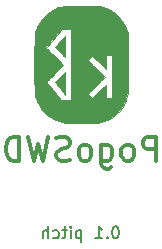
<source format=gbo>
G04 #@! TF.GenerationSoftware,KiCad,Pcbnew,(5.0.0)*
G04 #@! TF.CreationDate,2020-06-17T11:17:21-06:00*
G04 #@! TF.ProjectId,pogoprogB,706F676F70726F67422E6B696361645F,rev?*
G04 #@! TF.SameCoordinates,Original*
G04 #@! TF.FileFunction,Legend,Bot*
G04 #@! TF.FilePolarity,Positive*
%FSLAX46Y46*%
G04 Gerber Fmt 4.6, Leading zero omitted, Abs format (unit mm)*
G04 Created by KiCad (PCBNEW (5.0.0)) date 06/17/20 11:17:21*
%MOMM*%
%LPD*%
G01*
G04 APERTURE LIST*
%ADD10C,0.150000*%
%ADD11C,0.300000*%
%ADD12C,0.010000*%
G04 APERTURE END LIST*
D10*
X164400000Y-143252380D02*
X164304761Y-143252380D01*
X164209523Y-143300000D01*
X164161904Y-143347619D01*
X164114285Y-143442857D01*
X164066666Y-143633333D01*
X164066666Y-143871428D01*
X164114285Y-144061904D01*
X164161904Y-144157142D01*
X164209523Y-144204761D01*
X164304761Y-144252380D01*
X164400000Y-144252380D01*
X164495238Y-144204761D01*
X164542857Y-144157142D01*
X164590476Y-144061904D01*
X164638095Y-143871428D01*
X164638095Y-143633333D01*
X164590476Y-143442857D01*
X164542857Y-143347619D01*
X164495238Y-143300000D01*
X164400000Y-143252380D01*
X163638095Y-144157142D02*
X163590476Y-144204761D01*
X163638095Y-144252380D01*
X163685714Y-144204761D01*
X163638095Y-144157142D01*
X163638095Y-144252380D01*
X162638095Y-144252380D02*
X163209523Y-144252380D01*
X162923809Y-144252380D02*
X162923809Y-143252380D01*
X163019047Y-143395238D01*
X163114285Y-143490476D01*
X163209523Y-143538095D01*
X161447619Y-143585714D02*
X161447619Y-144585714D01*
X161447619Y-143633333D02*
X161352380Y-143585714D01*
X161161904Y-143585714D01*
X161066666Y-143633333D01*
X161019047Y-143680952D01*
X160971428Y-143776190D01*
X160971428Y-144061904D01*
X161019047Y-144157142D01*
X161066666Y-144204761D01*
X161161904Y-144252380D01*
X161352380Y-144252380D01*
X161447619Y-144204761D01*
X160542857Y-144252380D02*
X160542857Y-143585714D01*
X160542857Y-143252380D02*
X160590476Y-143300000D01*
X160542857Y-143347619D01*
X160495238Y-143300000D01*
X160542857Y-143252380D01*
X160542857Y-143347619D01*
X160209523Y-143585714D02*
X159828571Y-143585714D01*
X160066666Y-143252380D02*
X160066666Y-144109523D01*
X160019047Y-144204761D01*
X159923809Y-144252380D01*
X159828571Y-144252380D01*
X159066666Y-144204761D02*
X159161904Y-144252380D01*
X159352380Y-144252380D01*
X159447619Y-144204761D01*
X159495238Y-144157142D01*
X159542857Y-144061904D01*
X159542857Y-143776190D01*
X159495238Y-143680952D01*
X159447619Y-143633333D01*
X159352380Y-143585714D01*
X159161904Y-143585714D01*
X159066666Y-143633333D01*
X158638095Y-144252380D02*
X158638095Y-143252380D01*
X158209523Y-144252380D02*
X158209523Y-143728571D01*
X158257142Y-143633333D01*
X158352380Y-143585714D01*
X158495238Y-143585714D01*
X158590476Y-143633333D01*
X158638095Y-143680952D01*
D11*
X167812333Y-137683761D02*
X167812333Y-135683761D01*
X167050428Y-135683761D01*
X166859952Y-135779000D01*
X166764714Y-135874238D01*
X166669476Y-136064714D01*
X166669476Y-136350428D01*
X166764714Y-136540904D01*
X166859952Y-136636142D01*
X167050428Y-136731380D01*
X167812333Y-136731380D01*
X165526619Y-137683761D02*
X165717095Y-137588523D01*
X165812333Y-137493285D01*
X165907571Y-137302809D01*
X165907571Y-136731380D01*
X165812333Y-136540904D01*
X165717095Y-136445666D01*
X165526619Y-136350428D01*
X165240904Y-136350428D01*
X165050428Y-136445666D01*
X164955190Y-136540904D01*
X164859952Y-136731380D01*
X164859952Y-137302809D01*
X164955190Y-137493285D01*
X165050428Y-137588523D01*
X165240904Y-137683761D01*
X165526619Y-137683761D01*
X163145666Y-136350428D02*
X163145666Y-137969476D01*
X163240904Y-138159952D01*
X163336142Y-138255190D01*
X163526619Y-138350428D01*
X163812333Y-138350428D01*
X164002809Y-138255190D01*
X163145666Y-137588523D02*
X163336142Y-137683761D01*
X163717095Y-137683761D01*
X163907571Y-137588523D01*
X164002809Y-137493285D01*
X164098047Y-137302809D01*
X164098047Y-136731380D01*
X164002809Y-136540904D01*
X163907571Y-136445666D01*
X163717095Y-136350428D01*
X163336142Y-136350428D01*
X163145666Y-136445666D01*
X161907571Y-137683761D02*
X162098047Y-137588523D01*
X162193285Y-137493285D01*
X162288523Y-137302809D01*
X162288523Y-136731380D01*
X162193285Y-136540904D01*
X162098047Y-136445666D01*
X161907571Y-136350428D01*
X161621857Y-136350428D01*
X161431380Y-136445666D01*
X161336142Y-136540904D01*
X161240904Y-136731380D01*
X161240904Y-137302809D01*
X161336142Y-137493285D01*
X161431380Y-137588523D01*
X161621857Y-137683761D01*
X161907571Y-137683761D01*
X160479000Y-137588523D02*
X160193285Y-137683761D01*
X159717095Y-137683761D01*
X159526619Y-137588523D01*
X159431380Y-137493285D01*
X159336142Y-137302809D01*
X159336142Y-137112333D01*
X159431380Y-136921857D01*
X159526619Y-136826619D01*
X159717095Y-136731380D01*
X160098047Y-136636142D01*
X160288523Y-136540904D01*
X160383761Y-136445666D01*
X160479000Y-136255190D01*
X160479000Y-136064714D01*
X160383761Y-135874238D01*
X160288523Y-135779000D01*
X160098047Y-135683761D01*
X159621857Y-135683761D01*
X159336142Y-135779000D01*
X158669476Y-135683761D02*
X158193285Y-137683761D01*
X157812333Y-136255190D01*
X157431380Y-137683761D01*
X156955190Y-135683761D01*
X156193285Y-137683761D02*
X156193285Y-135683761D01*
X155717095Y-135683761D01*
X155431380Y-135779000D01*
X155240904Y-135969476D01*
X155145666Y-136159952D01*
X155050428Y-136540904D01*
X155050428Y-136826619D01*
X155145666Y-137207571D01*
X155240904Y-137398047D01*
X155431380Y-137588523D01*
X155717095Y-137683761D01*
X156193285Y-137683761D01*
D12*
G04 #@! TO.C,G\002A\002A\002A*
G36*
X160069482Y-127123617D02*
X160045512Y-127150326D01*
X160008234Y-127192564D01*
X159959278Y-127248465D01*
X159900270Y-127316166D01*
X159832839Y-127393803D01*
X159758613Y-127479511D01*
X159679220Y-127571426D01*
X159676418Y-127574675D01*
X159595946Y-127667945D01*
X159519867Y-127756080D01*
X159449927Y-127837060D01*
X159387873Y-127908866D01*
X159335452Y-127969478D01*
X159294408Y-128016876D01*
X159266488Y-128049039D01*
X159253531Y-128063846D01*
X159227756Y-128092643D01*
X159644703Y-128501996D01*
X159730084Y-128585685D01*
X159810050Y-128663802D01*
X159882755Y-128734563D01*
X159946352Y-128796183D01*
X159998993Y-128846875D01*
X160038833Y-128884856D01*
X160064024Y-128908339D01*
X160072575Y-128915583D01*
X160074389Y-128903930D01*
X160076105Y-128868854D01*
X160077702Y-128812330D01*
X160079155Y-128736335D01*
X160080439Y-128642844D01*
X160081530Y-128533834D01*
X160082405Y-128411281D01*
X160083040Y-128277161D01*
X160083411Y-128133450D01*
X160083500Y-128017058D01*
X160083432Y-127868160D01*
X160083235Y-127726923D01*
X160082919Y-127595364D01*
X160082497Y-127475499D01*
X160081979Y-127369346D01*
X160081377Y-127278920D01*
X160080701Y-127206239D01*
X160079963Y-127153320D01*
X160079173Y-127122178D01*
X160078516Y-127114300D01*
X160069482Y-127123617D01*
X160069482Y-127123617D01*
G37*
X160069482Y-127123617D02*
X160045512Y-127150326D01*
X160008234Y-127192564D01*
X159959278Y-127248465D01*
X159900270Y-127316166D01*
X159832839Y-127393803D01*
X159758613Y-127479511D01*
X159679220Y-127571426D01*
X159676418Y-127574675D01*
X159595946Y-127667945D01*
X159519867Y-127756080D01*
X159449927Y-127837060D01*
X159387873Y-127908866D01*
X159335452Y-127969478D01*
X159294408Y-128016876D01*
X159266488Y-128049039D01*
X159253531Y-128063846D01*
X159227756Y-128092643D01*
X159644703Y-128501996D01*
X159730084Y-128585685D01*
X159810050Y-128663802D01*
X159882755Y-128734563D01*
X159946352Y-128796183D01*
X159998993Y-128846875D01*
X160038833Y-128884856D01*
X160064024Y-128908339D01*
X160072575Y-128915583D01*
X160074389Y-128903930D01*
X160076105Y-128868854D01*
X160077702Y-128812330D01*
X160079155Y-128736335D01*
X160080439Y-128642844D01*
X160081530Y-128533834D01*
X160082405Y-128411281D01*
X160083040Y-128277161D01*
X160083411Y-128133450D01*
X160083500Y-128017058D01*
X160083432Y-127868160D01*
X160083235Y-127726923D01*
X160082919Y-127595364D01*
X160082497Y-127475499D01*
X160081979Y-127369346D01*
X160081377Y-127278920D01*
X160080701Y-127206239D01*
X160079963Y-127153320D01*
X160079173Y-127122178D01*
X160078516Y-127114300D01*
X160069482Y-127123617D01*
G36*
X159652535Y-130617772D02*
X159222939Y-131054195D01*
X159622763Y-131538522D01*
X159702653Y-131635189D01*
X159778448Y-131726694D01*
X159848454Y-131811006D01*
X159910974Y-131886091D01*
X159964313Y-131949916D01*
X160006775Y-132000450D01*
X160036665Y-132035659D01*
X160052286Y-132053511D01*
X160053044Y-132054311D01*
X160083500Y-132085772D01*
X160082132Y-130181350D01*
X159652535Y-130617772D01*
X159652535Y-130617772D01*
G37*
X159652535Y-130617772D02*
X159222939Y-131054195D01*
X159622763Y-131538522D01*
X159702653Y-131635189D01*
X159778448Y-131726694D01*
X159848454Y-131811006D01*
X159910974Y-131886091D01*
X159964313Y-131949916D01*
X160006775Y-132000450D01*
X160036665Y-132035659D01*
X160052286Y-132053511D01*
X160053044Y-132054311D01*
X160083500Y-132085772D01*
X160082132Y-130181350D01*
X159652535Y-130617772D01*
G36*
X161253988Y-124561755D02*
X161070232Y-124561830D01*
X160908488Y-124561993D01*
X160767062Y-124562274D01*
X160644260Y-124562703D01*
X160538387Y-124563313D01*
X160447750Y-124564133D01*
X160370655Y-124565193D01*
X160305408Y-124566526D01*
X160250314Y-124568161D01*
X160203680Y-124570129D01*
X160163812Y-124572461D01*
X160129015Y-124575188D01*
X160097596Y-124578340D01*
X160067860Y-124581948D01*
X160038114Y-124586042D01*
X160026350Y-124587747D01*
X159755641Y-124639783D01*
X159493989Y-124715007D01*
X159242584Y-124812718D01*
X159002611Y-124932214D01*
X158775260Y-125072792D01*
X158561716Y-125233750D01*
X158363167Y-125414386D01*
X158180801Y-125613997D01*
X158084285Y-125736350D01*
X158015255Y-125830725D01*
X157958188Y-125913934D01*
X157908213Y-125993832D01*
X157860463Y-126078274D01*
X157810067Y-126175117D01*
X157800344Y-126194464D01*
X157696723Y-126424764D01*
X157613448Y-126659818D01*
X157552517Y-126893951D01*
X157549949Y-126906224D01*
X157542959Y-126940111D01*
X157536561Y-126971928D01*
X157530731Y-127002881D01*
X157525442Y-127034173D01*
X157520668Y-127067010D01*
X157516382Y-127102597D01*
X157512558Y-127142138D01*
X157509169Y-127186839D01*
X157506191Y-127237904D01*
X157503595Y-127296537D01*
X157501356Y-127363945D01*
X157499448Y-127441331D01*
X157497844Y-127529900D01*
X157496518Y-127630858D01*
X157495443Y-127745409D01*
X157494594Y-127874758D01*
X157493945Y-128020110D01*
X157493467Y-128182669D01*
X157493137Y-128363641D01*
X157492926Y-128564230D01*
X157492810Y-128785642D01*
X157492761Y-129029080D01*
X157492753Y-129295750D01*
X157492759Y-129526492D01*
X157492774Y-129807026D01*
X157492814Y-130063347D01*
X157492889Y-130296646D01*
X157493013Y-130508110D01*
X157493196Y-130698927D01*
X157493453Y-130870286D01*
X157493793Y-131023375D01*
X157494231Y-131159382D01*
X157494777Y-131279496D01*
X157495445Y-131384905D01*
X157496246Y-131476798D01*
X157497192Y-131556363D01*
X157498295Y-131624788D01*
X157499569Y-131683261D01*
X157501024Y-131732972D01*
X157502673Y-131775107D01*
X157504528Y-131810857D01*
X157506602Y-131841408D01*
X157508905Y-131867949D01*
X157511452Y-131891670D01*
X157514253Y-131913757D01*
X157517321Y-131935399D01*
X157517400Y-131935934D01*
X157560533Y-132173172D01*
X157618578Y-132395109D01*
X157693568Y-132608334D01*
X157787531Y-132819439D01*
X157793085Y-132830704D01*
X157926523Y-133072244D01*
X158079094Y-133297667D01*
X158249659Y-133506160D01*
X158437078Y-133696909D01*
X158640210Y-133869097D01*
X158857915Y-134021912D01*
X159089054Y-134154539D01*
X159332486Y-134266163D01*
X159587071Y-134355969D01*
X159851669Y-134423143D01*
X160074626Y-134460678D01*
X160114305Y-134464105D01*
X160177058Y-134467215D01*
X160260648Y-134470006D01*
X160362840Y-134472479D01*
X160481397Y-134474634D01*
X160614085Y-134476472D01*
X160758667Y-134477992D01*
X160912907Y-134479195D01*
X161074570Y-134480081D01*
X161241420Y-134480650D01*
X161411220Y-134480903D01*
X161581736Y-134480838D01*
X161750732Y-134480458D01*
X161915971Y-134479761D01*
X162075217Y-134478748D01*
X162226236Y-134477419D01*
X162366790Y-134475775D01*
X162494645Y-134473815D01*
X162607565Y-134471540D01*
X162703313Y-134468949D01*
X162779654Y-134466044D01*
X162834353Y-134462824D01*
X162858032Y-134460456D01*
X163124417Y-134411914D01*
X163384068Y-134340194D01*
X163635195Y-134246265D01*
X163876010Y-134131100D01*
X164104723Y-133995669D01*
X164319546Y-133840942D01*
X164518689Y-133667891D01*
X164700363Y-133477486D01*
X164727061Y-133446224D01*
X164897326Y-133224812D01*
X165044435Y-132992965D01*
X165168417Y-132750624D01*
X165238354Y-132575300D01*
X160616900Y-132575300D01*
X159772350Y-132573522D01*
X159150050Y-131818335D01*
X159050814Y-131697858D01*
X158956014Y-131582671D01*
X158866929Y-131474335D01*
X158784839Y-131374409D01*
X158711025Y-131284457D01*
X158646766Y-131206038D01*
X158593343Y-131140712D01*
X158552034Y-131090042D01*
X158524120Y-131055588D01*
X158510881Y-131038911D01*
X158510200Y-131037983D01*
X158507888Y-131032564D01*
X158508472Y-131025232D01*
X158513066Y-131014802D01*
X158522784Y-131000088D01*
X158538741Y-130979906D01*
X158562052Y-130953071D01*
X158593831Y-130918398D01*
X158635194Y-130874702D01*
X158687254Y-130820798D01*
X158751127Y-130755501D01*
X158827927Y-130677626D01*
X158918769Y-130585988D01*
X159024768Y-130479402D01*
X159147038Y-130356684D01*
X159218734Y-130284783D01*
X159944818Y-129556748D01*
X159318834Y-128941931D01*
X159210674Y-128835716D01*
X159105355Y-128732321D01*
X159004680Y-128633515D01*
X158910449Y-128541063D01*
X158824466Y-128456733D01*
X158748532Y-128382292D01*
X158684449Y-128319508D01*
X158634020Y-128270147D01*
X158599045Y-128235977D01*
X158588319Y-128225531D01*
X158483788Y-128123950D01*
X159861250Y-126530778D01*
X160616900Y-126530100D01*
X160616900Y-132575300D01*
X165238354Y-132575300D01*
X165269298Y-132497729D01*
X165347104Y-132234219D01*
X165401864Y-131960034D01*
X165405501Y-131935934D01*
X165408576Y-131914287D01*
X165411383Y-131892225D01*
X165413936Y-131868559D01*
X165416246Y-131842101D01*
X165418325Y-131811662D01*
X165420185Y-131776055D01*
X165421839Y-131734090D01*
X165423299Y-131684579D01*
X165424577Y-131626335D01*
X165425684Y-131558168D01*
X165426634Y-131478890D01*
X165427438Y-131387314D01*
X165428109Y-131282250D01*
X165428658Y-131162510D01*
X165429098Y-131026906D01*
X165429441Y-130874250D01*
X165429699Y-130703353D01*
X165429885Y-130513027D01*
X165430009Y-130302083D01*
X165430086Y-130069334D01*
X165430126Y-129813590D01*
X165430142Y-129533664D01*
X165430142Y-129526492D01*
X165430148Y-129240380D01*
X165430135Y-128978463D01*
X165430084Y-128778000D01*
X164071300Y-128778000D01*
X164071300Y-132410200D01*
X163537900Y-132410200D01*
X163537900Y-131851400D01*
X163537691Y-131735045D01*
X163537093Y-131626922D01*
X163536149Y-131529589D01*
X163534904Y-131445605D01*
X163533400Y-131377531D01*
X163531682Y-131327925D01*
X163529793Y-131299347D01*
X163528375Y-131293225D01*
X163517906Y-131302027D01*
X163490960Y-131327197D01*
X163449097Y-131367217D01*
X163393877Y-131420571D01*
X163326859Y-131485740D01*
X163249603Y-131561208D01*
X163163669Y-131645457D01*
X163070616Y-131736970D01*
X162972003Y-131834231D01*
X162953700Y-131852313D01*
X162388550Y-132410774D01*
X162201563Y-132216812D01*
X162146368Y-132159140D01*
X162097898Y-132107694D01*
X162058685Y-132065227D01*
X162031259Y-132034493D01*
X162018153Y-132018246D01*
X162017413Y-132016500D01*
X162026806Y-132006485D01*
X162052363Y-131980658D01*
X162092107Y-131940982D01*
X162144059Y-131889421D01*
X162206240Y-131827937D01*
X162276672Y-131758493D01*
X162353374Y-131683052D01*
X162369500Y-131667214D01*
X162466446Y-131571998D01*
X162576042Y-131464318D01*
X162692837Y-131349533D01*
X162811381Y-131232998D01*
X162926226Y-131120072D01*
X163031920Y-131016112D01*
X163078638Y-130970146D01*
X163438525Y-130616014D01*
X163110440Y-130284382D01*
X163022941Y-130195946D01*
X162922258Y-130094200D01*
X162813079Y-129983882D01*
X162700094Y-129869730D01*
X162587992Y-129756480D01*
X162481461Y-129648870D01*
X162401303Y-129567911D01*
X162320463Y-129486260D01*
X162245208Y-129410234D01*
X162177405Y-129341724D01*
X162118926Y-129282618D01*
X162071638Y-129234805D01*
X162037412Y-129200176D01*
X162018116Y-129180620D01*
X162014509Y-129176935D01*
X162021348Y-129166566D01*
X162043724Y-129141047D01*
X162079102Y-129103082D01*
X162124949Y-129055371D01*
X162178731Y-129000617D01*
X162198553Y-128980696D01*
X162388340Y-128790592D01*
X162963120Y-129365269D01*
X163537900Y-129939945D01*
X163537900Y-128778000D01*
X164071300Y-128778000D01*
X165430084Y-128778000D01*
X165430074Y-128739536D01*
X165429941Y-128522395D01*
X165429708Y-128325834D01*
X165429351Y-128148649D01*
X165428841Y-127989636D01*
X165428153Y-127847588D01*
X165427261Y-127721302D01*
X165426138Y-127609572D01*
X165424759Y-127511194D01*
X165423096Y-127424962D01*
X165421124Y-127349673D01*
X165418815Y-127284121D01*
X165416145Y-127227101D01*
X165413086Y-127177408D01*
X165409613Y-127133838D01*
X165405698Y-127095186D01*
X165401316Y-127060247D01*
X165396441Y-127027816D01*
X165391045Y-126996688D01*
X165385104Y-126965659D01*
X165378590Y-126933523D01*
X165372952Y-126906224D01*
X165313260Y-126672298D01*
X165231119Y-126437150D01*
X165128526Y-126206456D01*
X165122557Y-126194464D01*
X165071169Y-126094556D01*
X165023302Y-126008462D01*
X164974087Y-125928326D01*
X164918655Y-125846293D01*
X164852137Y-125754506D01*
X164838616Y-125736350D01*
X164666033Y-125526207D01*
X164476589Y-125334638D01*
X164271471Y-125162346D01*
X164051867Y-125010033D01*
X163818963Y-124878400D01*
X163573948Y-124768151D01*
X163318007Y-124679987D01*
X163052330Y-124614611D01*
X162896550Y-124587747D01*
X162866351Y-124583458D01*
X162836812Y-124579667D01*
X162806238Y-124576344D01*
X162772936Y-124573458D01*
X162735212Y-124570978D01*
X162691372Y-124568874D01*
X162639722Y-124567115D01*
X162578568Y-124565670D01*
X162506215Y-124564509D01*
X162420970Y-124563601D01*
X162321138Y-124562914D01*
X162205026Y-124562419D01*
X162070940Y-124562085D01*
X161917185Y-124561881D01*
X161742068Y-124561776D01*
X161543894Y-124561739D01*
X161461450Y-124561737D01*
X161253988Y-124561755D01*
X161253988Y-124561755D01*
G37*
X161253988Y-124561755D02*
X161070232Y-124561830D01*
X160908488Y-124561993D01*
X160767062Y-124562274D01*
X160644260Y-124562703D01*
X160538387Y-124563313D01*
X160447750Y-124564133D01*
X160370655Y-124565193D01*
X160305408Y-124566526D01*
X160250314Y-124568161D01*
X160203680Y-124570129D01*
X160163812Y-124572461D01*
X160129015Y-124575188D01*
X160097596Y-124578340D01*
X160067860Y-124581948D01*
X160038114Y-124586042D01*
X160026350Y-124587747D01*
X159755641Y-124639783D01*
X159493989Y-124715007D01*
X159242584Y-124812718D01*
X159002611Y-124932214D01*
X158775260Y-125072792D01*
X158561716Y-125233750D01*
X158363167Y-125414386D01*
X158180801Y-125613997D01*
X158084285Y-125736350D01*
X158015255Y-125830725D01*
X157958188Y-125913934D01*
X157908213Y-125993832D01*
X157860463Y-126078274D01*
X157810067Y-126175117D01*
X157800344Y-126194464D01*
X157696723Y-126424764D01*
X157613448Y-126659818D01*
X157552517Y-126893951D01*
X157549949Y-126906224D01*
X157542959Y-126940111D01*
X157536561Y-126971928D01*
X157530731Y-127002881D01*
X157525442Y-127034173D01*
X157520668Y-127067010D01*
X157516382Y-127102597D01*
X157512558Y-127142138D01*
X157509169Y-127186839D01*
X157506191Y-127237904D01*
X157503595Y-127296537D01*
X157501356Y-127363945D01*
X157499448Y-127441331D01*
X157497844Y-127529900D01*
X157496518Y-127630858D01*
X157495443Y-127745409D01*
X157494594Y-127874758D01*
X157493945Y-128020110D01*
X157493467Y-128182669D01*
X157493137Y-128363641D01*
X157492926Y-128564230D01*
X157492810Y-128785642D01*
X157492761Y-129029080D01*
X157492753Y-129295750D01*
X157492759Y-129526492D01*
X157492774Y-129807026D01*
X157492814Y-130063347D01*
X157492889Y-130296646D01*
X157493013Y-130508110D01*
X157493196Y-130698927D01*
X157493453Y-130870286D01*
X157493793Y-131023375D01*
X157494231Y-131159382D01*
X157494777Y-131279496D01*
X157495445Y-131384905D01*
X157496246Y-131476798D01*
X157497192Y-131556363D01*
X157498295Y-131624788D01*
X157499569Y-131683261D01*
X157501024Y-131732972D01*
X157502673Y-131775107D01*
X157504528Y-131810857D01*
X157506602Y-131841408D01*
X157508905Y-131867949D01*
X157511452Y-131891670D01*
X157514253Y-131913757D01*
X157517321Y-131935399D01*
X157517400Y-131935934D01*
X157560533Y-132173172D01*
X157618578Y-132395109D01*
X157693568Y-132608334D01*
X157787531Y-132819439D01*
X157793085Y-132830704D01*
X157926523Y-133072244D01*
X158079094Y-133297667D01*
X158249659Y-133506160D01*
X158437078Y-133696909D01*
X158640210Y-133869097D01*
X158857915Y-134021912D01*
X159089054Y-134154539D01*
X159332486Y-134266163D01*
X159587071Y-134355969D01*
X159851669Y-134423143D01*
X160074626Y-134460678D01*
X160114305Y-134464105D01*
X160177058Y-134467215D01*
X160260648Y-134470006D01*
X160362840Y-134472479D01*
X160481397Y-134474634D01*
X160614085Y-134476472D01*
X160758667Y-134477992D01*
X160912907Y-134479195D01*
X161074570Y-134480081D01*
X161241420Y-134480650D01*
X161411220Y-134480903D01*
X161581736Y-134480838D01*
X161750732Y-134480458D01*
X161915971Y-134479761D01*
X162075217Y-134478748D01*
X162226236Y-134477419D01*
X162366790Y-134475775D01*
X162494645Y-134473815D01*
X162607565Y-134471540D01*
X162703313Y-134468949D01*
X162779654Y-134466044D01*
X162834353Y-134462824D01*
X162858032Y-134460456D01*
X163124417Y-134411914D01*
X163384068Y-134340194D01*
X163635195Y-134246265D01*
X163876010Y-134131100D01*
X164104723Y-133995669D01*
X164319546Y-133840942D01*
X164518689Y-133667891D01*
X164700363Y-133477486D01*
X164727061Y-133446224D01*
X164897326Y-133224812D01*
X165044435Y-132992965D01*
X165168417Y-132750624D01*
X165238354Y-132575300D01*
X160616900Y-132575300D01*
X159772350Y-132573522D01*
X159150050Y-131818335D01*
X159050814Y-131697858D01*
X158956014Y-131582671D01*
X158866929Y-131474335D01*
X158784839Y-131374409D01*
X158711025Y-131284457D01*
X158646766Y-131206038D01*
X158593343Y-131140712D01*
X158552034Y-131090042D01*
X158524120Y-131055588D01*
X158510881Y-131038911D01*
X158510200Y-131037983D01*
X158507888Y-131032564D01*
X158508472Y-131025232D01*
X158513066Y-131014802D01*
X158522784Y-131000088D01*
X158538741Y-130979906D01*
X158562052Y-130953071D01*
X158593831Y-130918398D01*
X158635194Y-130874702D01*
X158687254Y-130820798D01*
X158751127Y-130755501D01*
X158827927Y-130677626D01*
X158918769Y-130585988D01*
X159024768Y-130479402D01*
X159147038Y-130356684D01*
X159218734Y-130284783D01*
X159944818Y-129556748D01*
X159318834Y-128941931D01*
X159210674Y-128835716D01*
X159105355Y-128732321D01*
X159004680Y-128633515D01*
X158910449Y-128541063D01*
X158824466Y-128456733D01*
X158748532Y-128382292D01*
X158684449Y-128319508D01*
X158634020Y-128270147D01*
X158599045Y-128235977D01*
X158588319Y-128225531D01*
X158483788Y-128123950D01*
X159861250Y-126530778D01*
X160616900Y-126530100D01*
X160616900Y-132575300D01*
X165238354Y-132575300D01*
X165269298Y-132497729D01*
X165347104Y-132234219D01*
X165401864Y-131960034D01*
X165405501Y-131935934D01*
X165408576Y-131914287D01*
X165411383Y-131892225D01*
X165413936Y-131868559D01*
X165416246Y-131842101D01*
X165418325Y-131811662D01*
X165420185Y-131776055D01*
X165421839Y-131734090D01*
X165423299Y-131684579D01*
X165424577Y-131626335D01*
X165425684Y-131558168D01*
X165426634Y-131478890D01*
X165427438Y-131387314D01*
X165428109Y-131282250D01*
X165428658Y-131162510D01*
X165429098Y-131026906D01*
X165429441Y-130874250D01*
X165429699Y-130703353D01*
X165429885Y-130513027D01*
X165430009Y-130302083D01*
X165430086Y-130069334D01*
X165430126Y-129813590D01*
X165430142Y-129533664D01*
X165430142Y-129526492D01*
X165430148Y-129240380D01*
X165430135Y-128978463D01*
X165430084Y-128778000D01*
X164071300Y-128778000D01*
X164071300Y-132410200D01*
X163537900Y-132410200D01*
X163537900Y-131851400D01*
X163537691Y-131735045D01*
X163537093Y-131626922D01*
X163536149Y-131529589D01*
X163534904Y-131445605D01*
X163533400Y-131377531D01*
X163531682Y-131327925D01*
X163529793Y-131299347D01*
X163528375Y-131293225D01*
X163517906Y-131302027D01*
X163490960Y-131327197D01*
X163449097Y-131367217D01*
X163393877Y-131420571D01*
X163326859Y-131485740D01*
X163249603Y-131561208D01*
X163163669Y-131645457D01*
X163070616Y-131736970D01*
X162972003Y-131834231D01*
X162953700Y-131852313D01*
X162388550Y-132410774D01*
X162201563Y-132216812D01*
X162146368Y-132159140D01*
X162097898Y-132107694D01*
X162058685Y-132065227D01*
X162031259Y-132034493D01*
X162018153Y-132018246D01*
X162017413Y-132016500D01*
X162026806Y-132006485D01*
X162052363Y-131980658D01*
X162092107Y-131940982D01*
X162144059Y-131889421D01*
X162206240Y-131827937D01*
X162276672Y-131758493D01*
X162353374Y-131683052D01*
X162369500Y-131667214D01*
X162466446Y-131571998D01*
X162576042Y-131464318D01*
X162692837Y-131349533D01*
X162811381Y-131232998D01*
X162926226Y-131120072D01*
X163031920Y-131016112D01*
X163078638Y-130970146D01*
X163438525Y-130616014D01*
X163110440Y-130284382D01*
X163022941Y-130195946D01*
X162922258Y-130094200D01*
X162813079Y-129983882D01*
X162700094Y-129869730D01*
X162587992Y-129756480D01*
X162481461Y-129648870D01*
X162401303Y-129567911D01*
X162320463Y-129486260D01*
X162245208Y-129410234D01*
X162177405Y-129341724D01*
X162118926Y-129282618D01*
X162071638Y-129234805D01*
X162037412Y-129200176D01*
X162018116Y-129180620D01*
X162014509Y-129176935D01*
X162021348Y-129166566D01*
X162043724Y-129141047D01*
X162079102Y-129103082D01*
X162124949Y-129055371D01*
X162178731Y-129000617D01*
X162198553Y-128980696D01*
X162388340Y-128790592D01*
X162963120Y-129365269D01*
X163537900Y-129939945D01*
X163537900Y-128778000D01*
X164071300Y-128778000D01*
X165430084Y-128778000D01*
X165430074Y-128739536D01*
X165429941Y-128522395D01*
X165429708Y-128325834D01*
X165429351Y-128148649D01*
X165428841Y-127989636D01*
X165428153Y-127847588D01*
X165427261Y-127721302D01*
X165426138Y-127609572D01*
X165424759Y-127511194D01*
X165423096Y-127424962D01*
X165421124Y-127349673D01*
X165418815Y-127284121D01*
X165416145Y-127227101D01*
X165413086Y-127177408D01*
X165409613Y-127133838D01*
X165405698Y-127095186D01*
X165401316Y-127060247D01*
X165396441Y-127027816D01*
X165391045Y-126996688D01*
X165385104Y-126965659D01*
X165378590Y-126933523D01*
X165372952Y-126906224D01*
X165313260Y-126672298D01*
X165231119Y-126437150D01*
X165128526Y-126206456D01*
X165122557Y-126194464D01*
X165071169Y-126094556D01*
X165023302Y-126008462D01*
X164974087Y-125928326D01*
X164918655Y-125846293D01*
X164852137Y-125754506D01*
X164838616Y-125736350D01*
X164666033Y-125526207D01*
X164476589Y-125334638D01*
X164271471Y-125162346D01*
X164051867Y-125010033D01*
X163818963Y-124878400D01*
X163573948Y-124768151D01*
X163318007Y-124679987D01*
X163052330Y-124614611D01*
X162896550Y-124587747D01*
X162866351Y-124583458D01*
X162836812Y-124579667D01*
X162806238Y-124576344D01*
X162772936Y-124573458D01*
X162735212Y-124570978D01*
X162691372Y-124568874D01*
X162639722Y-124567115D01*
X162578568Y-124565670D01*
X162506215Y-124564509D01*
X162420970Y-124563601D01*
X162321138Y-124562914D01*
X162205026Y-124562419D01*
X162070940Y-124562085D01*
X161917185Y-124561881D01*
X161742068Y-124561776D01*
X161543894Y-124561739D01*
X161461450Y-124561737D01*
X161253988Y-124561755D01*
G04 #@! TD*
M02*

</source>
